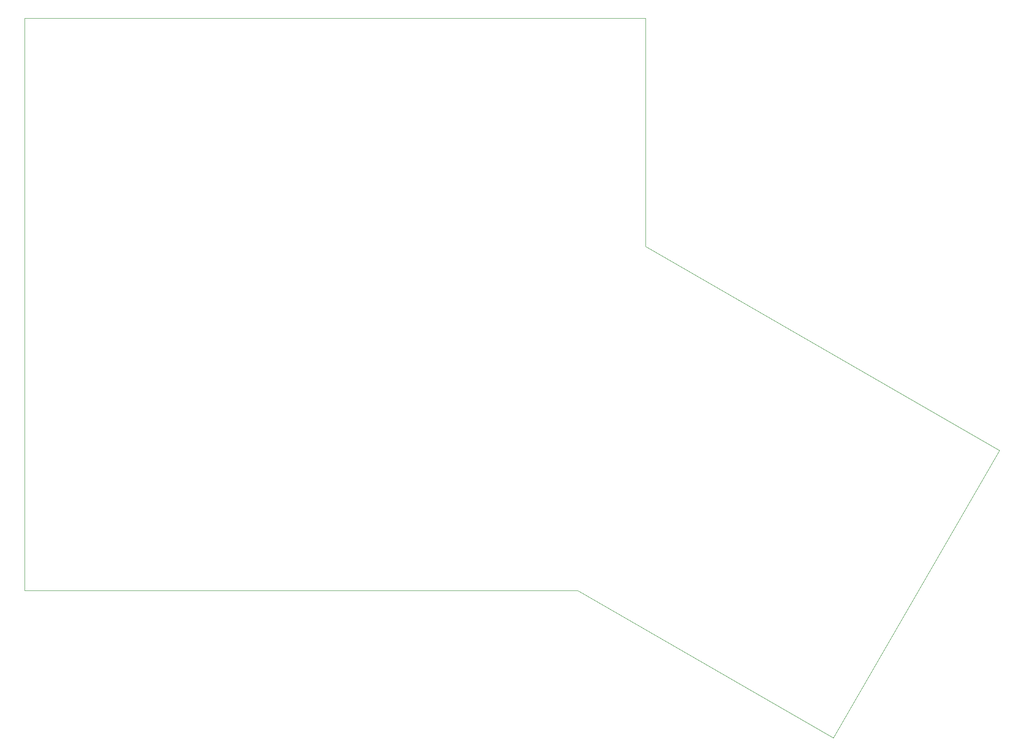
<source format=gbr>
%TF.GenerationSoftware,KiCad,Pcbnew,7.0.1*%
%TF.CreationDate,2023-09-23T01:25:44+08:00*%
%TF.ProjectId,split70kb,73706c69-7437-4306-9b62-2e6b69636164,rev?*%
%TF.SameCoordinates,Original*%
%TF.FileFunction,Profile,NP*%
%FSLAX46Y46*%
G04 Gerber Fmt 4.6, Leading zero omitted, Abs format (unit mm)*
G04 Created by KiCad (PCBNEW 7.0.1) date 2023-09-23 01:25:44*
%MOMM*%
%LPD*%
G01*
G04 APERTURE LIST*
%TA.AperFunction,Profile*%
%ADD10C,0.100000*%
%TD*%
G04 APERTURE END LIST*
D10*
X141081329Y-62778988D02*
X211772508Y-103599690D01*
X178602566Y-161051714D01*
X127508000Y-131572000D01*
X17060000Y-131566174D01*
X17060000Y-17110000D01*
X141076174Y-17110000D01*
X141081329Y-62778988D01*
M02*

</source>
